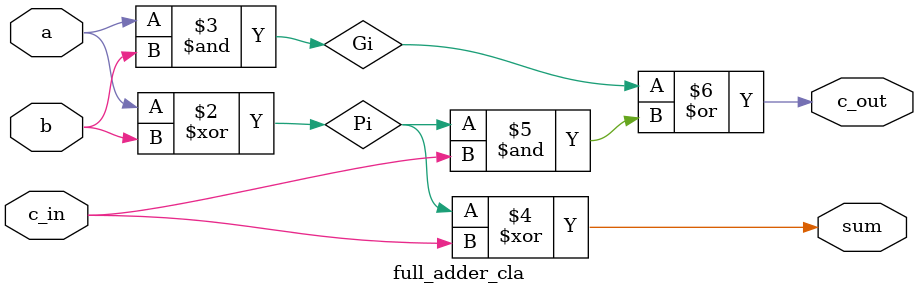
<source format=sv>
module full_adder_cla (
    input logic a, b, c_in,
    output logic sum, c_out
);
    bit Pi, Gi;
    always_comb begin
    // Assign to the relevant variables
        Pi   =   a ^ b;
        Gi   =   a & b;
        sum  =   Pi ^ c_in;
        c_out=   Gi | (Pi & c_in);
    end
endmodule

</source>
